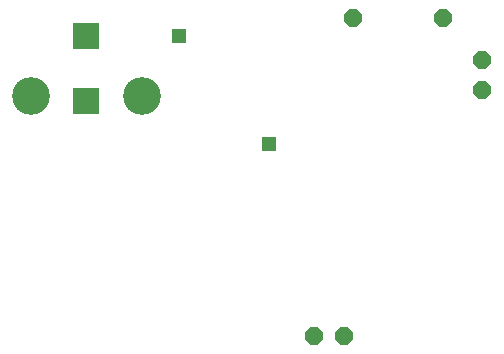
<source format=gbs>
G75*
%MOIN*%
%OFA0B0*%
%FSLAX25Y25*%
%IPPOS*%
%LPD*%
%AMOC8*
5,1,8,0,0,1.08239X$1,22.5*
%
%ADD10OC8,0.06000*%
%ADD11R,0.09068X0.09068*%
%ADD12C,0.12611*%
%ADD13R,0.04762X0.04762*%
D10*
X0109000Y0031000D03*
X0119000Y0031000D03*
X0165000Y0113000D03*
X0165000Y0123000D03*
X0152000Y0137000D03*
X0122000Y0137000D03*
D11*
X0033000Y0130827D03*
X0033000Y0109173D03*
D12*
X0014496Y0110984D03*
X0051504Y0110984D03*
D13*
X0064000Y0131000D03*
X0094000Y0095000D03*
M02*

</source>
